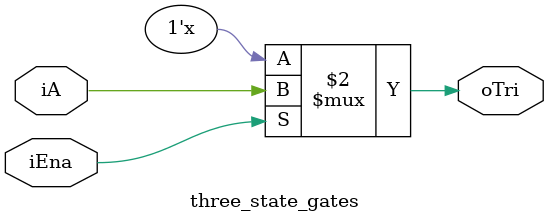
<source format=v>
`timescale 1ns / 1ps

module three_state_gates(
  input iA,
  input iEna,
  output oTri
);

  assign oTri = (iEna == 1'b1) ? iA : 1'bz;

endmodule
</source>
